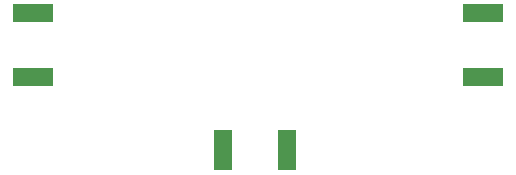
<source format=gbr>
G04 #@! TF.GenerationSoftware,KiCad,Pcbnew,5.1.9-5.1.9*
G04 #@! TF.CreationDate,2021-02-06T16:07:34+03:00*
G04 #@! TF.ProjectId,mix,6d69782e-6b69-4636-9164-5f7063625858,rev?*
G04 #@! TF.SameCoordinates,Original*
G04 #@! TF.FileFunction,Soldermask,Bot*
G04 #@! TF.FilePolarity,Negative*
%FSLAX46Y46*%
G04 Gerber Fmt 4.6, Leading zero omitted, Abs format (unit mm)*
G04 Created by KiCad (PCBNEW 5.1.9-5.1.9) date 2021-02-06 16:07:34*
%MOMM*%
%LPD*%
G01*
G04 APERTURE LIST*
%ADD10R,3.500000X1.500000*%
%ADD11R,1.500000X3.500000*%
G04 APERTURE END LIST*
D10*
X128524000Y-95410000D03*
X128524000Y-90010000D03*
D11*
X150020000Y-101600000D03*
X144620000Y-101600000D03*
D10*
X166624000Y-90010000D03*
X166624000Y-95410000D03*
M02*

</source>
